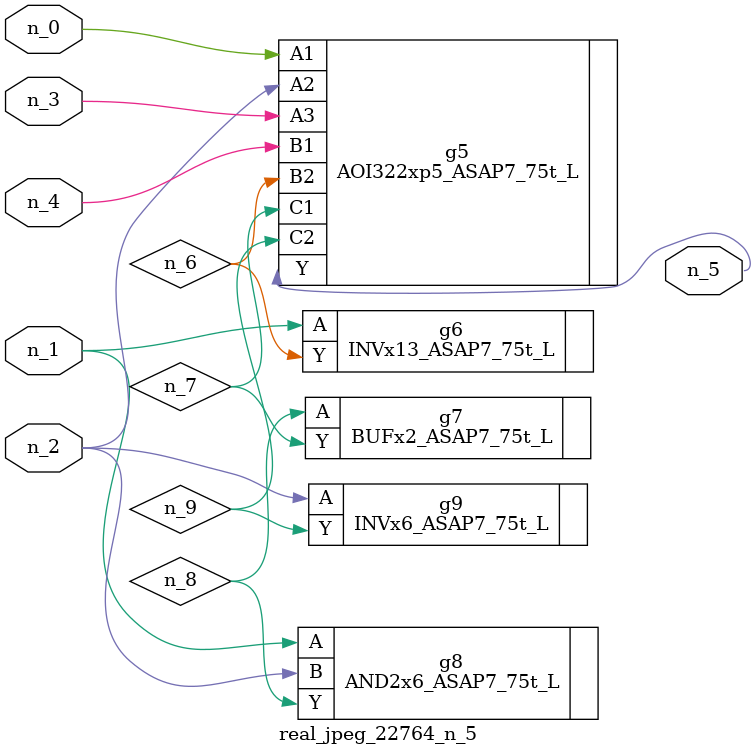
<source format=v>
module real_jpeg_22764_n_5 (n_4, n_0, n_1, n_2, n_3, n_5);

input n_4;
input n_0;
input n_1;
input n_2;
input n_3;

output n_5;

wire n_8;
wire n_6;
wire n_7;
wire n_9;

AOI322xp5_ASAP7_75t_L g5 ( 
.A1(n_0),
.A2(n_2),
.A3(n_3),
.B1(n_4),
.B2(n_6),
.C1(n_7),
.C2(n_9),
.Y(n_5)
);

INVx13_ASAP7_75t_L g6 ( 
.A(n_1),
.Y(n_6)
);

AND2x6_ASAP7_75t_L g8 ( 
.A(n_1),
.B(n_2),
.Y(n_8)
);

INVx6_ASAP7_75t_L g9 ( 
.A(n_2),
.Y(n_9)
);

BUFx2_ASAP7_75t_L g7 ( 
.A(n_8),
.Y(n_7)
);


endmodule
</source>
